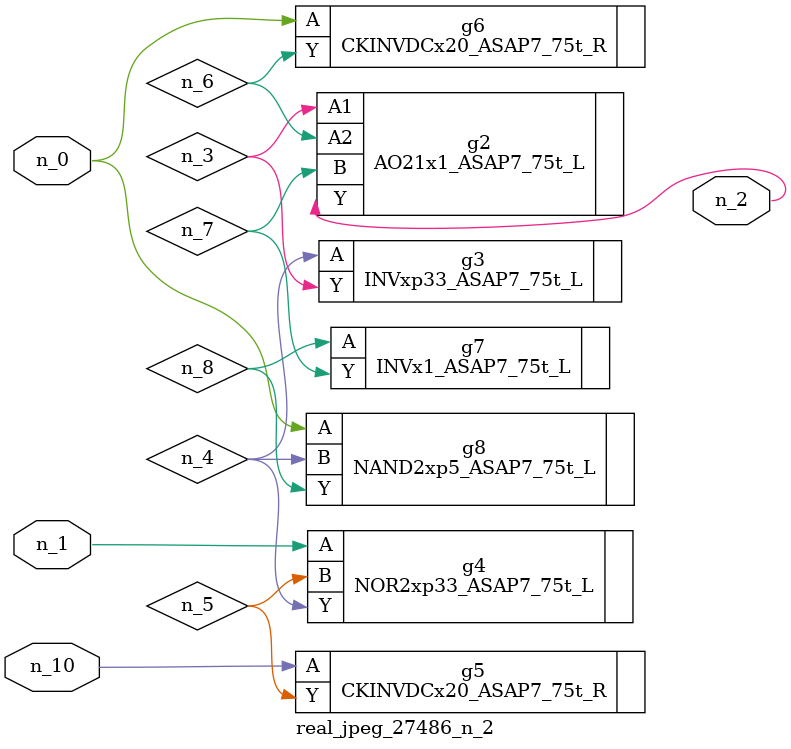
<source format=v>
module real_jpeg_27486_n_2 (n_1, n_10, n_0, n_2);

input n_1;
input n_10;
input n_0;

output n_2;

wire n_5;
wire n_4;
wire n_8;
wire n_6;
wire n_7;
wire n_3;

CKINVDCx20_ASAP7_75t_R g6 ( 
.A(n_0),
.Y(n_6)
);

NAND2xp5_ASAP7_75t_L g8 ( 
.A(n_0),
.B(n_4),
.Y(n_8)
);

NOR2xp33_ASAP7_75t_L g4 ( 
.A(n_1),
.B(n_5),
.Y(n_4)
);

AO21x1_ASAP7_75t_L g2 ( 
.A1(n_3),
.A2(n_6),
.B(n_7),
.Y(n_2)
);

INVxp33_ASAP7_75t_L g3 ( 
.A(n_4),
.Y(n_3)
);

INVx1_ASAP7_75t_L g7 ( 
.A(n_8),
.Y(n_7)
);

CKINVDCx20_ASAP7_75t_R g5 ( 
.A(n_10),
.Y(n_5)
);


endmodule
</source>
